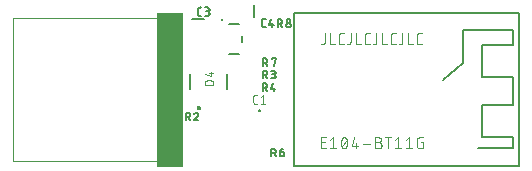
<source format=gbr>
G04 EAGLE Gerber RS-274X export*
G75*
%MOMM*%
%FSLAX34Y34*%
%LPD*%
%INSilkscreen Top*%
%IPPOS*%
%AMOC8*
5,1,8,0,0,1.08239X$1,22.5*%
G01*
%ADD10C,0.076200*%
%ADD11C,0.127000*%
%ADD12C,0.203200*%
%ADD13R,2.300000X13.000000*%
%ADD14C,0.254000*%
%ADD15C,0.152400*%
%ADD16C,0.200000*%
%ADD17C,0.025400*%


D10*
X270201Y120704D02*
X270201Y113394D01*
X270199Y113305D01*
X270193Y113217D01*
X270184Y113129D01*
X270171Y113041D01*
X270154Y112954D01*
X270134Y112868D01*
X270109Y112783D01*
X270082Y112698D01*
X270050Y112615D01*
X270016Y112534D01*
X269977Y112454D01*
X269936Y112376D01*
X269891Y112299D01*
X269843Y112225D01*
X269792Y112152D01*
X269738Y112082D01*
X269680Y112015D01*
X269620Y111949D01*
X269558Y111887D01*
X269492Y111827D01*
X269425Y111769D01*
X269355Y111715D01*
X269282Y111664D01*
X269208Y111616D01*
X269131Y111571D01*
X269053Y111530D01*
X268973Y111491D01*
X268892Y111457D01*
X268809Y111425D01*
X268724Y111398D01*
X268639Y111373D01*
X268553Y111353D01*
X268466Y111336D01*
X268378Y111323D01*
X268290Y111314D01*
X268202Y111308D01*
X268113Y111306D01*
X267069Y111306D01*
X274715Y111306D02*
X274715Y120704D01*
X274715Y111306D02*
X278892Y111306D01*
X284380Y111306D02*
X286469Y111306D01*
X284380Y111306D02*
X284291Y111308D01*
X284203Y111314D01*
X284115Y111323D01*
X284027Y111336D01*
X283940Y111353D01*
X283854Y111373D01*
X283769Y111398D01*
X283684Y111425D01*
X283601Y111457D01*
X283520Y111491D01*
X283440Y111530D01*
X283362Y111571D01*
X283285Y111616D01*
X283211Y111664D01*
X283138Y111715D01*
X283068Y111769D01*
X283001Y111827D01*
X282935Y111887D01*
X282873Y111949D01*
X282813Y112015D01*
X282755Y112082D01*
X282701Y112152D01*
X282650Y112225D01*
X282602Y112299D01*
X282557Y112376D01*
X282516Y112454D01*
X282477Y112534D01*
X282443Y112615D01*
X282411Y112698D01*
X282384Y112783D01*
X282359Y112868D01*
X282339Y112954D01*
X282322Y113041D01*
X282309Y113129D01*
X282300Y113217D01*
X282294Y113305D01*
X282292Y113394D01*
X282292Y118616D01*
X282294Y118707D01*
X282300Y118798D01*
X282310Y118889D01*
X282324Y118979D01*
X282341Y119068D01*
X282363Y119156D01*
X282389Y119244D01*
X282418Y119330D01*
X282451Y119415D01*
X282488Y119498D01*
X282528Y119580D01*
X282572Y119660D01*
X282619Y119738D01*
X282670Y119814D01*
X282723Y119887D01*
X282780Y119958D01*
X282841Y120027D01*
X282904Y120092D01*
X282969Y120155D01*
X283038Y120215D01*
X283109Y120273D01*
X283182Y120326D01*
X283258Y120377D01*
X283336Y120424D01*
X283416Y120468D01*
X283498Y120508D01*
X283581Y120545D01*
X283666Y120578D01*
X283752Y120607D01*
X283840Y120633D01*
X283928Y120655D01*
X284017Y120672D01*
X284107Y120686D01*
X284198Y120696D01*
X284289Y120702D01*
X284380Y120704D01*
X286469Y120704D01*
X292147Y120704D02*
X292147Y113394D01*
X292146Y113394D02*
X292144Y113305D01*
X292138Y113217D01*
X292129Y113129D01*
X292116Y113041D01*
X292099Y112954D01*
X292079Y112868D01*
X292054Y112783D01*
X292027Y112698D01*
X291995Y112615D01*
X291961Y112534D01*
X291922Y112454D01*
X291881Y112376D01*
X291836Y112299D01*
X291788Y112225D01*
X291737Y112152D01*
X291683Y112082D01*
X291625Y112015D01*
X291565Y111949D01*
X291503Y111887D01*
X291437Y111827D01*
X291370Y111769D01*
X291300Y111715D01*
X291227Y111664D01*
X291153Y111616D01*
X291076Y111571D01*
X290998Y111530D01*
X290918Y111491D01*
X290837Y111457D01*
X290754Y111425D01*
X290669Y111398D01*
X290584Y111373D01*
X290498Y111353D01*
X290411Y111336D01*
X290323Y111323D01*
X290235Y111314D01*
X290147Y111308D01*
X290058Y111306D01*
X289014Y111306D01*
X296661Y111306D02*
X296661Y120704D01*
X296661Y111306D02*
X300837Y111306D01*
X306326Y111306D02*
X308414Y111306D01*
X306326Y111306D02*
X306237Y111308D01*
X306149Y111314D01*
X306061Y111323D01*
X305973Y111336D01*
X305886Y111353D01*
X305800Y111373D01*
X305715Y111398D01*
X305630Y111425D01*
X305547Y111457D01*
X305466Y111491D01*
X305386Y111530D01*
X305308Y111571D01*
X305231Y111616D01*
X305157Y111664D01*
X305084Y111715D01*
X305014Y111769D01*
X304947Y111827D01*
X304881Y111887D01*
X304819Y111949D01*
X304759Y112015D01*
X304701Y112082D01*
X304647Y112152D01*
X304596Y112225D01*
X304548Y112299D01*
X304503Y112376D01*
X304462Y112454D01*
X304423Y112534D01*
X304389Y112615D01*
X304357Y112698D01*
X304330Y112783D01*
X304305Y112868D01*
X304285Y112954D01*
X304268Y113041D01*
X304255Y113129D01*
X304246Y113217D01*
X304240Y113305D01*
X304238Y113394D01*
X304237Y113394D02*
X304237Y118616D01*
X304238Y118616D02*
X304240Y118707D01*
X304246Y118798D01*
X304256Y118889D01*
X304270Y118979D01*
X304287Y119068D01*
X304309Y119156D01*
X304335Y119244D01*
X304364Y119330D01*
X304397Y119415D01*
X304434Y119498D01*
X304474Y119580D01*
X304518Y119660D01*
X304565Y119738D01*
X304616Y119814D01*
X304669Y119887D01*
X304726Y119958D01*
X304787Y120027D01*
X304850Y120092D01*
X304915Y120155D01*
X304984Y120215D01*
X305055Y120273D01*
X305128Y120326D01*
X305204Y120377D01*
X305282Y120424D01*
X305362Y120468D01*
X305444Y120508D01*
X305527Y120545D01*
X305612Y120578D01*
X305698Y120607D01*
X305786Y120633D01*
X305874Y120655D01*
X305963Y120672D01*
X306053Y120686D01*
X306144Y120696D01*
X306235Y120702D01*
X306326Y120704D01*
X308414Y120704D01*
X314092Y120704D02*
X314092Y113394D01*
X314090Y113305D01*
X314084Y113217D01*
X314075Y113129D01*
X314062Y113041D01*
X314045Y112954D01*
X314025Y112868D01*
X314000Y112783D01*
X313973Y112698D01*
X313941Y112615D01*
X313907Y112534D01*
X313868Y112454D01*
X313827Y112376D01*
X313782Y112299D01*
X313734Y112225D01*
X313683Y112152D01*
X313629Y112082D01*
X313571Y112015D01*
X313511Y111949D01*
X313449Y111887D01*
X313383Y111827D01*
X313316Y111769D01*
X313246Y111715D01*
X313173Y111664D01*
X313099Y111616D01*
X313022Y111571D01*
X312944Y111530D01*
X312864Y111491D01*
X312783Y111457D01*
X312700Y111425D01*
X312615Y111398D01*
X312530Y111373D01*
X312444Y111353D01*
X312357Y111336D01*
X312269Y111323D01*
X312181Y111314D01*
X312093Y111308D01*
X312004Y111306D01*
X310959Y111306D01*
X318606Y111306D02*
X318606Y120704D01*
X318606Y111306D02*
X322783Y111306D01*
X328271Y111306D02*
X330360Y111306D01*
X328271Y111306D02*
X328182Y111308D01*
X328094Y111314D01*
X328006Y111323D01*
X327918Y111336D01*
X327831Y111353D01*
X327745Y111373D01*
X327660Y111398D01*
X327575Y111425D01*
X327492Y111457D01*
X327411Y111491D01*
X327331Y111530D01*
X327253Y111571D01*
X327176Y111616D01*
X327102Y111664D01*
X327029Y111715D01*
X326959Y111769D01*
X326892Y111827D01*
X326826Y111887D01*
X326764Y111949D01*
X326704Y112015D01*
X326646Y112082D01*
X326592Y112152D01*
X326541Y112225D01*
X326493Y112299D01*
X326448Y112376D01*
X326407Y112454D01*
X326368Y112534D01*
X326334Y112615D01*
X326302Y112698D01*
X326275Y112783D01*
X326250Y112868D01*
X326230Y112954D01*
X326213Y113041D01*
X326200Y113129D01*
X326191Y113217D01*
X326185Y113305D01*
X326183Y113394D01*
X326183Y118616D01*
X326185Y118707D01*
X326191Y118798D01*
X326201Y118889D01*
X326215Y118979D01*
X326232Y119068D01*
X326254Y119156D01*
X326280Y119244D01*
X326309Y119330D01*
X326342Y119415D01*
X326379Y119498D01*
X326419Y119580D01*
X326463Y119660D01*
X326510Y119738D01*
X326561Y119814D01*
X326614Y119887D01*
X326671Y119958D01*
X326732Y120027D01*
X326795Y120092D01*
X326860Y120155D01*
X326929Y120215D01*
X327000Y120273D01*
X327073Y120326D01*
X327149Y120377D01*
X327227Y120424D01*
X327307Y120468D01*
X327389Y120508D01*
X327472Y120545D01*
X327557Y120578D01*
X327643Y120607D01*
X327731Y120633D01*
X327819Y120655D01*
X327908Y120672D01*
X327998Y120686D01*
X328089Y120696D01*
X328180Y120702D01*
X328271Y120704D01*
X330360Y120704D01*
X336038Y120704D02*
X336038Y113394D01*
X336037Y113394D02*
X336035Y113305D01*
X336029Y113217D01*
X336020Y113129D01*
X336007Y113041D01*
X335990Y112954D01*
X335970Y112868D01*
X335945Y112783D01*
X335918Y112698D01*
X335886Y112615D01*
X335852Y112534D01*
X335813Y112454D01*
X335772Y112376D01*
X335727Y112299D01*
X335679Y112225D01*
X335628Y112152D01*
X335574Y112082D01*
X335516Y112015D01*
X335456Y111949D01*
X335394Y111887D01*
X335328Y111827D01*
X335261Y111769D01*
X335191Y111715D01*
X335118Y111664D01*
X335044Y111616D01*
X334967Y111571D01*
X334889Y111530D01*
X334809Y111491D01*
X334728Y111457D01*
X334645Y111425D01*
X334560Y111398D01*
X334475Y111373D01*
X334389Y111353D01*
X334302Y111336D01*
X334214Y111323D01*
X334126Y111314D01*
X334038Y111308D01*
X333949Y111306D01*
X332905Y111306D01*
X340552Y111306D02*
X340552Y120704D01*
X340552Y111306D02*
X344728Y111306D01*
X350217Y111306D02*
X352305Y111306D01*
X350217Y111306D02*
X350128Y111308D01*
X350040Y111314D01*
X349952Y111323D01*
X349864Y111336D01*
X349777Y111353D01*
X349691Y111373D01*
X349606Y111398D01*
X349521Y111425D01*
X349438Y111457D01*
X349357Y111491D01*
X349277Y111530D01*
X349199Y111571D01*
X349122Y111616D01*
X349048Y111664D01*
X348975Y111715D01*
X348905Y111769D01*
X348838Y111827D01*
X348772Y111887D01*
X348710Y111949D01*
X348650Y112015D01*
X348592Y112082D01*
X348538Y112152D01*
X348487Y112225D01*
X348439Y112299D01*
X348394Y112376D01*
X348353Y112454D01*
X348314Y112534D01*
X348280Y112615D01*
X348248Y112698D01*
X348221Y112783D01*
X348196Y112868D01*
X348176Y112954D01*
X348159Y113041D01*
X348146Y113129D01*
X348137Y113217D01*
X348131Y113305D01*
X348129Y113394D01*
X348128Y113394D02*
X348128Y118616D01*
X348129Y118616D02*
X348131Y118707D01*
X348137Y118798D01*
X348147Y118889D01*
X348161Y118979D01*
X348178Y119068D01*
X348200Y119156D01*
X348226Y119244D01*
X348255Y119330D01*
X348288Y119415D01*
X348325Y119498D01*
X348365Y119580D01*
X348409Y119660D01*
X348456Y119738D01*
X348507Y119814D01*
X348560Y119887D01*
X348617Y119958D01*
X348678Y120027D01*
X348741Y120092D01*
X348806Y120155D01*
X348875Y120215D01*
X348946Y120273D01*
X349019Y120326D01*
X349095Y120377D01*
X349173Y120424D01*
X349253Y120468D01*
X349335Y120508D01*
X349418Y120545D01*
X349503Y120578D01*
X349589Y120607D01*
X349677Y120633D01*
X349765Y120655D01*
X349854Y120672D01*
X349944Y120686D01*
X350035Y120696D01*
X350126Y120702D01*
X350217Y120704D01*
X352305Y120704D01*
D11*
X220346Y126330D02*
X218822Y126330D01*
X218745Y126332D01*
X218668Y126338D01*
X218591Y126348D01*
X218515Y126361D01*
X218440Y126379D01*
X218366Y126400D01*
X218293Y126425D01*
X218221Y126454D01*
X218151Y126486D01*
X218082Y126521D01*
X218016Y126561D01*
X217951Y126603D01*
X217889Y126649D01*
X217829Y126698D01*
X217772Y126749D01*
X217717Y126804D01*
X217666Y126861D01*
X217617Y126921D01*
X217571Y126983D01*
X217529Y127048D01*
X217489Y127114D01*
X217454Y127183D01*
X217422Y127253D01*
X217393Y127325D01*
X217368Y127398D01*
X217347Y127472D01*
X217329Y127547D01*
X217316Y127623D01*
X217306Y127700D01*
X217300Y127777D01*
X217298Y127854D01*
X217298Y131664D01*
X217300Y131741D01*
X217306Y131818D01*
X217316Y131895D01*
X217329Y131971D01*
X217347Y132046D01*
X217368Y132120D01*
X217393Y132193D01*
X217422Y132265D01*
X217454Y132335D01*
X217489Y132404D01*
X217529Y132470D01*
X217571Y132535D01*
X217617Y132597D01*
X217666Y132657D01*
X217717Y132714D01*
X217772Y132769D01*
X217829Y132820D01*
X217889Y132869D01*
X217951Y132915D01*
X218016Y132957D01*
X218082Y132997D01*
X218151Y133032D01*
X218221Y133064D01*
X218293Y133093D01*
X218366Y133118D01*
X218440Y133139D01*
X218515Y133157D01*
X218591Y133170D01*
X218668Y133180D01*
X218745Y133186D01*
X218822Y133188D01*
X220346Y133188D01*
X224949Y133188D02*
X223425Y127854D01*
X227235Y127854D01*
X226092Y129378D02*
X226092Y126330D01*
X165926Y135671D02*
X164402Y135671D01*
X164325Y135673D01*
X164248Y135679D01*
X164171Y135689D01*
X164095Y135702D01*
X164020Y135720D01*
X163946Y135741D01*
X163873Y135766D01*
X163801Y135795D01*
X163731Y135827D01*
X163662Y135862D01*
X163596Y135902D01*
X163531Y135944D01*
X163469Y135990D01*
X163409Y136039D01*
X163352Y136090D01*
X163297Y136145D01*
X163246Y136202D01*
X163197Y136262D01*
X163151Y136324D01*
X163109Y136389D01*
X163069Y136455D01*
X163034Y136524D01*
X163002Y136594D01*
X162973Y136666D01*
X162948Y136739D01*
X162927Y136813D01*
X162909Y136888D01*
X162896Y136964D01*
X162886Y137041D01*
X162880Y137118D01*
X162878Y137195D01*
X162878Y141005D01*
X162880Y141082D01*
X162886Y141159D01*
X162896Y141236D01*
X162909Y141312D01*
X162927Y141387D01*
X162948Y141461D01*
X162973Y141534D01*
X163002Y141606D01*
X163034Y141676D01*
X163069Y141745D01*
X163109Y141811D01*
X163151Y141876D01*
X163197Y141938D01*
X163246Y141998D01*
X163297Y142055D01*
X163352Y142110D01*
X163409Y142161D01*
X163469Y142210D01*
X163531Y142256D01*
X163596Y142298D01*
X163662Y142338D01*
X163731Y142373D01*
X163801Y142405D01*
X163873Y142434D01*
X163946Y142459D01*
X164020Y142480D01*
X164095Y142498D01*
X164171Y142511D01*
X164248Y142521D01*
X164325Y142527D01*
X164402Y142529D01*
X165926Y142529D01*
X169005Y135671D02*
X170910Y135671D01*
X170995Y135673D01*
X171081Y135679D01*
X171166Y135688D01*
X171250Y135702D01*
X171334Y135719D01*
X171417Y135740D01*
X171499Y135764D01*
X171579Y135792D01*
X171659Y135824D01*
X171737Y135860D01*
X171813Y135898D01*
X171887Y135941D01*
X171959Y135986D01*
X172030Y136035D01*
X172098Y136087D01*
X172163Y136141D01*
X172226Y136199D01*
X172287Y136260D01*
X172345Y136323D01*
X172399Y136388D01*
X172451Y136456D01*
X172500Y136527D01*
X172545Y136599D01*
X172588Y136673D01*
X172626Y136749D01*
X172662Y136827D01*
X172694Y136907D01*
X172722Y136987D01*
X172746Y137069D01*
X172767Y137152D01*
X172784Y137236D01*
X172798Y137320D01*
X172807Y137405D01*
X172813Y137491D01*
X172815Y137576D01*
X172813Y137661D01*
X172807Y137747D01*
X172798Y137832D01*
X172784Y137916D01*
X172767Y138000D01*
X172746Y138083D01*
X172722Y138165D01*
X172694Y138245D01*
X172662Y138325D01*
X172626Y138403D01*
X172588Y138479D01*
X172545Y138553D01*
X172500Y138625D01*
X172451Y138696D01*
X172399Y138764D01*
X172345Y138829D01*
X172287Y138892D01*
X172226Y138953D01*
X172163Y139011D01*
X172098Y139065D01*
X172030Y139117D01*
X171959Y139166D01*
X171887Y139211D01*
X171813Y139254D01*
X171737Y139292D01*
X171659Y139328D01*
X171579Y139360D01*
X171499Y139388D01*
X171417Y139412D01*
X171334Y139433D01*
X171250Y139450D01*
X171166Y139464D01*
X171081Y139473D01*
X170995Y139479D01*
X170910Y139481D01*
X171291Y142529D02*
X169005Y142529D01*
X171291Y142529D02*
X171368Y142527D01*
X171445Y142521D01*
X171522Y142511D01*
X171598Y142498D01*
X171673Y142480D01*
X171747Y142459D01*
X171820Y142434D01*
X171892Y142405D01*
X171962Y142373D01*
X172031Y142338D01*
X172097Y142298D01*
X172162Y142256D01*
X172224Y142210D01*
X172284Y142161D01*
X172341Y142110D01*
X172396Y142055D01*
X172447Y141998D01*
X172496Y141938D01*
X172542Y141876D01*
X172584Y141811D01*
X172624Y141745D01*
X172659Y141676D01*
X172691Y141606D01*
X172720Y141534D01*
X172745Y141461D01*
X172766Y141387D01*
X172784Y141312D01*
X172797Y141236D01*
X172807Y141159D01*
X172813Y141082D01*
X172815Y141005D01*
X172813Y140928D01*
X172807Y140851D01*
X172797Y140774D01*
X172784Y140698D01*
X172766Y140623D01*
X172745Y140549D01*
X172720Y140476D01*
X172691Y140404D01*
X172659Y140334D01*
X172624Y140265D01*
X172584Y140199D01*
X172542Y140134D01*
X172496Y140072D01*
X172447Y140012D01*
X172396Y139955D01*
X172341Y139900D01*
X172284Y139849D01*
X172224Y139800D01*
X172162Y139754D01*
X172097Y139712D01*
X172031Y139672D01*
X171962Y139637D01*
X171892Y139605D01*
X171820Y139576D01*
X171747Y139551D01*
X171673Y139530D01*
X171598Y139512D01*
X171522Y139499D01*
X171445Y139489D01*
X171368Y139483D01*
X171291Y139481D01*
X169767Y139481D01*
D10*
X267369Y23206D02*
X271545Y23206D01*
X267369Y23206D02*
X267369Y32604D01*
X271545Y32604D01*
X270501Y28427D02*
X267369Y28427D01*
X274971Y30516D02*
X277582Y32604D01*
X277582Y23206D01*
X280192Y23206D02*
X274971Y23206D01*
X284115Y27905D02*
X284117Y28090D01*
X284124Y28275D01*
X284135Y28459D01*
X284150Y28643D01*
X284170Y28827D01*
X284194Y29011D01*
X284223Y29193D01*
X284256Y29375D01*
X284293Y29556D01*
X284335Y29736D01*
X284381Y29916D01*
X284431Y30094D01*
X284485Y30270D01*
X284544Y30446D01*
X284606Y30620D01*
X284673Y30792D01*
X284744Y30963D01*
X284819Y31132D01*
X284898Y31299D01*
X284897Y31299D02*
X284927Y31379D01*
X284960Y31458D01*
X284997Y31535D01*
X285037Y31611D01*
X285080Y31685D01*
X285126Y31757D01*
X285176Y31826D01*
X285228Y31894D01*
X285284Y31959D01*
X285342Y32022D01*
X285404Y32081D01*
X285467Y32139D01*
X285534Y32193D01*
X285602Y32244D01*
X285673Y32292D01*
X285746Y32337D01*
X285820Y32379D01*
X285897Y32417D01*
X285975Y32452D01*
X286054Y32484D01*
X286135Y32512D01*
X286217Y32536D01*
X286301Y32557D01*
X286384Y32574D01*
X286469Y32587D01*
X286554Y32596D01*
X286639Y32602D01*
X286725Y32604D01*
X286811Y32602D01*
X286896Y32596D01*
X286981Y32587D01*
X287066Y32574D01*
X287149Y32557D01*
X287233Y32536D01*
X287315Y32512D01*
X287396Y32484D01*
X287475Y32452D01*
X287553Y32417D01*
X287630Y32379D01*
X287704Y32337D01*
X287777Y32292D01*
X287848Y32244D01*
X287916Y32193D01*
X287983Y32139D01*
X288046Y32081D01*
X288108Y32022D01*
X288166Y31959D01*
X288222Y31894D01*
X288274Y31826D01*
X288324Y31757D01*
X288370Y31685D01*
X288413Y31611D01*
X288453Y31535D01*
X288490Y31458D01*
X288523Y31379D01*
X288553Y31299D01*
X288632Y31132D01*
X288707Y30963D01*
X288778Y30792D01*
X288845Y30620D01*
X288907Y30446D01*
X288966Y30270D01*
X289020Y30094D01*
X289070Y29916D01*
X289116Y29736D01*
X289158Y29556D01*
X289195Y29375D01*
X289228Y29193D01*
X289257Y29011D01*
X289281Y28827D01*
X289301Y28643D01*
X289316Y28459D01*
X289327Y28275D01*
X289334Y28090D01*
X289336Y27905D01*
X284115Y27905D02*
X284117Y27720D01*
X284124Y27535D01*
X284135Y27351D01*
X284150Y27167D01*
X284170Y26983D01*
X284194Y26799D01*
X284223Y26617D01*
X284256Y26435D01*
X284293Y26254D01*
X284335Y26074D01*
X284381Y25894D01*
X284431Y25716D01*
X284485Y25540D01*
X284544Y25364D01*
X284606Y25190D01*
X284673Y25018D01*
X284744Y24847D01*
X284819Y24678D01*
X284898Y24511D01*
X284897Y24511D02*
X284927Y24431D01*
X284960Y24352D01*
X284997Y24275D01*
X285037Y24199D01*
X285080Y24125D01*
X285126Y24053D01*
X285176Y23984D01*
X285229Y23916D01*
X285284Y23851D01*
X285343Y23788D01*
X285404Y23729D01*
X285467Y23671D01*
X285534Y23617D01*
X285602Y23566D01*
X285673Y23518D01*
X285746Y23473D01*
X285820Y23431D01*
X285897Y23393D01*
X285975Y23358D01*
X286054Y23326D01*
X286135Y23298D01*
X286217Y23274D01*
X286301Y23253D01*
X286384Y23236D01*
X286469Y23223D01*
X286554Y23214D01*
X286639Y23208D01*
X286725Y23206D01*
X288553Y24511D02*
X288632Y24678D01*
X288707Y24847D01*
X288778Y25018D01*
X288845Y25190D01*
X288907Y25364D01*
X288966Y25540D01*
X289020Y25716D01*
X289070Y25894D01*
X289116Y26074D01*
X289158Y26254D01*
X289195Y26435D01*
X289228Y26617D01*
X289257Y26799D01*
X289281Y26983D01*
X289301Y27167D01*
X289316Y27351D01*
X289327Y27535D01*
X289334Y27720D01*
X289336Y27905D01*
X288553Y24511D02*
X288523Y24431D01*
X288490Y24352D01*
X288453Y24275D01*
X288413Y24199D01*
X288370Y24125D01*
X288324Y24053D01*
X288274Y23984D01*
X288222Y23916D01*
X288166Y23851D01*
X288108Y23788D01*
X288046Y23729D01*
X287983Y23671D01*
X287916Y23617D01*
X287848Y23566D01*
X287777Y23518D01*
X287704Y23473D01*
X287630Y23431D01*
X287553Y23393D01*
X287475Y23358D01*
X287396Y23326D01*
X287315Y23298D01*
X287233Y23274D01*
X287149Y23253D01*
X287066Y23236D01*
X286981Y23223D01*
X286896Y23214D01*
X286811Y23208D01*
X286725Y23206D01*
X284637Y25294D02*
X288814Y30516D01*
X293259Y25294D02*
X295347Y32604D01*
X293259Y25294D02*
X298480Y25294D01*
X296914Y27383D02*
X296914Y23206D01*
X302490Y26861D02*
X308756Y26861D01*
X313202Y28427D02*
X315813Y28427D01*
X315813Y28428D02*
X315914Y28426D01*
X316015Y28420D01*
X316116Y28410D01*
X316216Y28397D01*
X316316Y28379D01*
X316415Y28358D01*
X316513Y28332D01*
X316610Y28303D01*
X316706Y28271D01*
X316800Y28234D01*
X316893Y28194D01*
X316985Y28150D01*
X317074Y28103D01*
X317162Y28052D01*
X317248Y27998D01*
X317331Y27941D01*
X317413Y27881D01*
X317491Y27817D01*
X317568Y27751D01*
X317641Y27681D01*
X317712Y27609D01*
X317780Y27534D01*
X317845Y27456D01*
X317907Y27376D01*
X317966Y27294D01*
X318022Y27209D01*
X318074Y27122D01*
X318123Y27034D01*
X318169Y26943D01*
X318210Y26851D01*
X318249Y26757D01*
X318283Y26662D01*
X318314Y26566D01*
X318341Y26468D01*
X318365Y26370D01*
X318384Y26270D01*
X318400Y26170D01*
X318412Y26070D01*
X318420Y25969D01*
X318424Y25868D01*
X318424Y25766D01*
X318420Y25665D01*
X318412Y25564D01*
X318400Y25464D01*
X318384Y25364D01*
X318365Y25264D01*
X318341Y25166D01*
X318314Y25068D01*
X318283Y24972D01*
X318249Y24877D01*
X318210Y24783D01*
X318169Y24691D01*
X318123Y24600D01*
X318074Y24511D01*
X318022Y24425D01*
X317966Y24340D01*
X317907Y24258D01*
X317845Y24178D01*
X317780Y24100D01*
X317712Y24025D01*
X317641Y23953D01*
X317568Y23883D01*
X317491Y23817D01*
X317413Y23753D01*
X317331Y23693D01*
X317248Y23636D01*
X317162Y23582D01*
X317074Y23531D01*
X316985Y23484D01*
X316893Y23440D01*
X316800Y23400D01*
X316706Y23363D01*
X316610Y23331D01*
X316513Y23302D01*
X316415Y23276D01*
X316316Y23255D01*
X316216Y23237D01*
X316116Y23224D01*
X316015Y23214D01*
X315914Y23208D01*
X315813Y23206D01*
X313202Y23206D01*
X313202Y32604D01*
X315813Y32604D01*
X315903Y32602D01*
X315992Y32596D01*
X316082Y32587D01*
X316171Y32573D01*
X316259Y32556D01*
X316346Y32535D01*
X316433Y32510D01*
X316518Y32481D01*
X316602Y32449D01*
X316684Y32414D01*
X316765Y32374D01*
X316844Y32332D01*
X316921Y32286D01*
X316996Y32236D01*
X317069Y32184D01*
X317140Y32128D01*
X317208Y32070D01*
X317273Y32008D01*
X317336Y31944D01*
X317396Y31877D01*
X317453Y31808D01*
X317507Y31736D01*
X317558Y31662D01*
X317606Y31586D01*
X317650Y31508D01*
X317691Y31428D01*
X317729Y31346D01*
X317763Y31263D01*
X317793Y31178D01*
X317820Y31092D01*
X317843Y31006D01*
X317862Y30918D01*
X317877Y30829D01*
X317889Y30740D01*
X317897Y30651D01*
X317901Y30561D01*
X317901Y30471D01*
X317897Y30381D01*
X317889Y30292D01*
X317877Y30203D01*
X317862Y30114D01*
X317843Y30026D01*
X317820Y29940D01*
X317793Y29854D01*
X317763Y29769D01*
X317729Y29686D01*
X317691Y29604D01*
X317650Y29524D01*
X317606Y29446D01*
X317558Y29370D01*
X317507Y29296D01*
X317453Y29224D01*
X317396Y29155D01*
X317336Y29088D01*
X317273Y29024D01*
X317208Y28962D01*
X317140Y28904D01*
X317069Y28848D01*
X316996Y28796D01*
X316921Y28746D01*
X316844Y28700D01*
X316765Y28658D01*
X316684Y28618D01*
X316602Y28583D01*
X316518Y28551D01*
X316433Y28522D01*
X316346Y28497D01*
X316259Y28476D01*
X316171Y28459D01*
X316082Y28445D01*
X315992Y28436D01*
X315903Y28430D01*
X315813Y28428D01*
X323911Y32604D02*
X323911Y23206D01*
X321300Y32604D02*
X326522Y32604D01*
X329835Y30516D02*
X332445Y32604D01*
X332445Y23206D01*
X329835Y23206D02*
X335056Y23206D01*
X338979Y30516D02*
X341589Y32604D01*
X341589Y23206D01*
X338979Y23206D02*
X344200Y23206D01*
X352082Y28427D02*
X353649Y28427D01*
X353649Y23206D01*
X350516Y23206D01*
X350427Y23208D01*
X350339Y23214D01*
X350251Y23223D01*
X350163Y23236D01*
X350076Y23253D01*
X349990Y23273D01*
X349905Y23298D01*
X349820Y23325D01*
X349737Y23357D01*
X349656Y23391D01*
X349576Y23430D01*
X349498Y23471D01*
X349421Y23516D01*
X349347Y23564D01*
X349274Y23615D01*
X349204Y23669D01*
X349137Y23727D01*
X349071Y23787D01*
X349009Y23849D01*
X348949Y23915D01*
X348891Y23982D01*
X348837Y24052D01*
X348786Y24125D01*
X348738Y24199D01*
X348693Y24276D01*
X348652Y24354D01*
X348613Y24434D01*
X348579Y24515D01*
X348547Y24598D01*
X348520Y24683D01*
X348495Y24768D01*
X348475Y24854D01*
X348458Y24941D01*
X348445Y25029D01*
X348436Y25117D01*
X348430Y25205D01*
X348428Y25294D01*
X348428Y30516D01*
X348430Y30607D01*
X348436Y30698D01*
X348446Y30789D01*
X348460Y30879D01*
X348477Y30968D01*
X348499Y31056D01*
X348525Y31144D01*
X348554Y31230D01*
X348587Y31315D01*
X348624Y31398D01*
X348664Y31480D01*
X348708Y31560D01*
X348755Y31638D01*
X348806Y31714D01*
X348859Y31787D01*
X348916Y31858D01*
X348977Y31927D01*
X349040Y31992D01*
X349105Y32055D01*
X349174Y32115D01*
X349245Y32173D01*
X349318Y32226D01*
X349394Y32277D01*
X349472Y32324D01*
X349552Y32368D01*
X349634Y32408D01*
X349717Y32445D01*
X349802Y32478D01*
X349888Y32507D01*
X349976Y32533D01*
X350064Y32555D01*
X350153Y32572D01*
X350243Y32586D01*
X350334Y32596D01*
X350425Y32602D01*
X350516Y32604D01*
X353649Y32604D01*
D12*
X214679Y54711D02*
X214679Y55388D01*
X215356Y55388D01*
X215356Y54711D01*
X214679Y54711D01*
D13*
X139500Y73000D03*
D12*
X189175Y103306D02*
X197763Y103306D01*
X197763Y128706D02*
X189175Y128706D01*
X200557Y118690D02*
X200557Y113322D01*
D14*
X183309Y132008D03*
D11*
X168368Y133198D02*
X158208Y133198D01*
X210316Y134864D02*
X210316Y145024D01*
D15*
X152496Y53601D02*
X152496Y46997D01*
X152496Y53601D02*
X154330Y53601D01*
X154415Y53599D01*
X154499Y53593D01*
X154583Y53583D01*
X154667Y53570D01*
X154750Y53552D01*
X154832Y53531D01*
X154913Y53506D01*
X154993Y53477D01*
X155071Y53445D01*
X155147Y53409D01*
X155222Y53369D01*
X155295Y53326D01*
X155366Y53280D01*
X155435Y53231D01*
X155502Y53178D01*
X155566Y53122D01*
X155627Y53064D01*
X155685Y53003D01*
X155741Y52939D01*
X155794Y52872D01*
X155843Y52803D01*
X155889Y52732D01*
X155932Y52659D01*
X155972Y52584D01*
X156008Y52508D01*
X156040Y52430D01*
X156069Y52350D01*
X156094Y52269D01*
X156115Y52187D01*
X156133Y52104D01*
X156146Y52020D01*
X156156Y51936D01*
X156162Y51852D01*
X156164Y51767D01*
X156162Y51682D01*
X156156Y51598D01*
X156146Y51514D01*
X156133Y51430D01*
X156115Y51347D01*
X156094Y51265D01*
X156069Y51184D01*
X156040Y51104D01*
X156008Y51026D01*
X155972Y50950D01*
X155932Y50875D01*
X155889Y50802D01*
X155843Y50731D01*
X155794Y50662D01*
X155741Y50595D01*
X155685Y50531D01*
X155627Y50470D01*
X155566Y50412D01*
X155502Y50356D01*
X155435Y50303D01*
X155366Y50254D01*
X155295Y50208D01*
X155222Y50165D01*
X155147Y50125D01*
X155071Y50089D01*
X154993Y50057D01*
X154913Y50028D01*
X154832Y50003D01*
X154750Y49982D01*
X154667Y49964D01*
X154583Y49951D01*
X154499Y49941D01*
X154415Y49935D01*
X154330Y49933D01*
X152496Y49933D01*
X154697Y49933D02*
X156165Y46997D01*
X161750Y53601D02*
X161829Y53599D01*
X161907Y53594D01*
X161985Y53584D01*
X162062Y53571D01*
X162139Y53554D01*
X162215Y53534D01*
X162290Y53510D01*
X162364Y53483D01*
X162436Y53452D01*
X162507Y53417D01*
X162576Y53380D01*
X162643Y53339D01*
X162708Y53295D01*
X162771Y53248D01*
X162831Y53198D01*
X162889Y53145D01*
X162945Y53089D01*
X162998Y53031D01*
X163048Y52971D01*
X163095Y52908D01*
X163139Y52843D01*
X163180Y52776D01*
X163217Y52707D01*
X163252Y52636D01*
X163283Y52564D01*
X163310Y52490D01*
X163334Y52415D01*
X163354Y52339D01*
X163371Y52262D01*
X163384Y52185D01*
X163394Y52107D01*
X163399Y52029D01*
X163401Y51950D01*
X161750Y53601D02*
X161661Y53599D01*
X161572Y53594D01*
X161484Y53584D01*
X161396Y53571D01*
X161309Y53555D01*
X161222Y53534D01*
X161137Y53510D01*
X161052Y53483D01*
X160969Y53452D01*
X160887Y53417D01*
X160806Y53379D01*
X160727Y53338D01*
X160651Y53294D01*
X160575Y53246D01*
X160502Y53195D01*
X160432Y53142D01*
X160363Y53085D01*
X160297Y53025D01*
X160234Y52963D01*
X160173Y52898D01*
X160115Y52831D01*
X160060Y52761D01*
X160007Y52689D01*
X159958Y52615D01*
X159912Y52539D01*
X159870Y52461D01*
X159830Y52381D01*
X159794Y52300D01*
X159761Y52217D01*
X159732Y52133D01*
X162851Y50666D02*
X162907Y50722D01*
X162961Y50781D01*
X163012Y50842D01*
X163061Y50906D01*
X163106Y50971D01*
X163149Y51039D01*
X163188Y51108D01*
X163225Y51179D01*
X163258Y51252D01*
X163287Y51326D01*
X163314Y51401D01*
X163337Y51477D01*
X163356Y51555D01*
X163372Y51633D01*
X163385Y51711D01*
X163394Y51791D01*
X163399Y51870D01*
X163401Y51950D01*
X162851Y50666D02*
X159732Y46997D01*
X163401Y46997D01*
D11*
X244169Y8191D02*
X434799Y8191D01*
X434799Y138161D01*
X244169Y138161D01*
X399879Y23271D02*
X429879Y23271D01*
X429879Y33271D01*
X403679Y33271D01*
X403679Y59971D01*
X403779Y59771D02*
X429879Y59771D01*
X429879Y83501D01*
X403779Y83501D01*
X403779Y110581D01*
X429879Y110581D01*
X429879Y123181D01*
X387279Y123181D01*
X387279Y95661D01*
X370679Y81161D01*
X244169Y138161D02*
X244169Y8191D01*
X156000Y73250D02*
X156000Y86250D01*
X187500Y86250D02*
X187500Y73250D01*
D16*
X162750Y57750D02*
X162752Y57813D01*
X162758Y57875D01*
X162768Y57937D01*
X162781Y57999D01*
X162799Y58059D01*
X162820Y58118D01*
X162845Y58176D01*
X162874Y58232D01*
X162906Y58286D01*
X162941Y58338D01*
X162979Y58387D01*
X163021Y58435D01*
X163065Y58479D01*
X163113Y58521D01*
X163162Y58559D01*
X163214Y58594D01*
X163268Y58626D01*
X163324Y58655D01*
X163382Y58680D01*
X163441Y58701D01*
X163501Y58719D01*
X163563Y58732D01*
X163625Y58742D01*
X163687Y58748D01*
X163750Y58750D01*
X163813Y58748D01*
X163875Y58742D01*
X163937Y58732D01*
X163999Y58719D01*
X164059Y58701D01*
X164118Y58680D01*
X164176Y58655D01*
X164232Y58626D01*
X164286Y58594D01*
X164338Y58559D01*
X164387Y58521D01*
X164435Y58479D01*
X164479Y58435D01*
X164521Y58387D01*
X164559Y58338D01*
X164594Y58286D01*
X164626Y58232D01*
X164655Y58176D01*
X164680Y58118D01*
X164701Y58059D01*
X164719Y57999D01*
X164732Y57937D01*
X164742Y57875D01*
X164748Y57813D01*
X164750Y57750D01*
X164748Y57687D01*
X164742Y57625D01*
X164732Y57563D01*
X164719Y57501D01*
X164701Y57441D01*
X164680Y57382D01*
X164655Y57324D01*
X164626Y57268D01*
X164594Y57214D01*
X164559Y57162D01*
X164521Y57113D01*
X164479Y57065D01*
X164435Y57021D01*
X164387Y56979D01*
X164338Y56941D01*
X164286Y56906D01*
X164232Y56874D01*
X164176Y56845D01*
X164118Y56820D01*
X164059Y56799D01*
X163999Y56781D01*
X163937Y56768D01*
X163875Y56758D01*
X163813Y56752D01*
X163750Y56750D01*
X163687Y56752D01*
X163625Y56758D01*
X163563Y56768D01*
X163501Y56781D01*
X163441Y56799D01*
X163382Y56820D01*
X163324Y56845D01*
X163268Y56874D01*
X163214Y56906D01*
X163162Y56941D01*
X163113Y56979D01*
X163065Y57021D01*
X163021Y57065D01*
X162979Y57113D01*
X162941Y57162D01*
X162906Y57214D01*
X162874Y57268D01*
X162845Y57324D01*
X162820Y57382D01*
X162799Y57441D01*
X162781Y57501D01*
X162768Y57563D01*
X162758Y57625D01*
X162752Y57687D01*
X162750Y57750D01*
D10*
X168603Y76631D02*
X175969Y76631D01*
X168603Y76631D02*
X168603Y78677D01*
X168605Y78766D01*
X168611Y78855D01*
X168621Y78944D01*
X168634Y79032D01*
X168651Y79120D01*
X168673Y79207D01*
X168698Y79292D01*
X168726Y79377D01*
X168759Y79460D01*
X168795Y79542D01*
X168834Y79622D01*
X168877Y79700D01*
X168923Y79776D01*
X168973Y79851D01*
X169026Y79923D01*
X169082Y79992D01*
X169141Y80059D01*
X169202Y80124D01*
X169267Y80185D01*
X169334Y80244D01*
X169403Y80300D01*
X169475Y80353D01*
X169550Y80403D01*
X169626Y80449D01*
X169704Y80492D01*
X169784Y80531D01*
X169866Y80567D01*
X169949Y80600D01*
X170034Y80628D01*
X170119Y80653D01*
X170206Y80675D01*
X170294Y80692D01*
X170382Y80705D01*
X170471Y80715D01*
X170560Y80721D01*
X170649Y80723D01*
X173923Y80723D01*
X174012Y80721D01*
X174101Y80715D01*
X174190Y80705D01*
X174278Y80692D01*
X174366Y80675D01*
X174453Y80653D01*
X174538Y80628D01*
X174623Y80600D01*
X174706Y80567D01*
X174788Y80531D01*
X174868Y80492D01*
X174946Y80449D01*
X175022Y80403D01*
X175097Y80353D01*
X175169Y80300D01*
X175238Y80244D01*
X175305Y80185D01*
X175370Y80124D01*
X175431Y80059D01*
X175490Y79992D01*
X175546Y79923D01*
X175599Y79851D01*
X175649Y79776D01*
X175695Y79700D01*
X175738Y79622D01*
X175777Y79542D01*
X175813Y79460D01*
X175846Y79377D01*
X175874Y79292D01*
X175899Y79207D01*
X175921Y79120D01*
X175938Y79032D01*
X175951Y78944D01*
X175961Y78855D01*
X175967Y78766D01*
X175969Y78677D01*
X175969Y76631D01*
X174332Y84190D02*
X168603Y85827D01*
X174332Y84190D02*
X174332Y88282D01*
X172695Y87055D02*
X175969Y87055D01*
D15*
X217797Y89046D02*
X217797Y82442D01*
X217797Y89046D02*
X219632Y89046D01*
X219717Y89044D01*
X219801Y89038D01*
X219885Y89028D01*
X219969Y89015D01*
X220052Y88997D01*
X220134Y88976D01*
X220215Y88951D01*
X220295Y88922D01*
X220373Y88890D01*
X220449Y88854D01*
X220524Y88814D01*
X220597Y88771D01*
X220668Y88725D01*
X220737Y88676D01*
X220804Y88623D01*
X220868Y88567D01*
X220929Y88509D01*
X220987Y88448D01*
X221043Y88384D01*
X221096Y88317D01*
X221145Y88248D01*
X221191Y88177D01*
X221234Y88104D01*
X221274Y88029D01*
X221310Y87953D01*
X221342Y87875D01*
X221371Y87795D01*
X221396Y87714D01*
X221417Y87632D01*
X221435Y87549D01*
X221448Y87465D01*
X221458Y87381D01*
X221464Y87297D01*
X221466Y87212D01*
X221464Y87127D01*
X221458Y87043D01*
X221448Y86959D01*
X221435Y86875D01*
X221417Y86792D01*
X221396Y86710D01*
X221371Y86629D01*
X221342Y86549D01*
X221310Y86471D01*
X221274Y86395D01*
X221234Y86320D01*
X221191Y86247D01*
X221145Y86176D01*
X221096Y86107D01*
X221043Y86040D01*
X220987Y85976D01*
X220929Y85915D01*
X220868Y85857D01*
X220804Y85801D01*
X220737Y85748D01*
X220668Y85699D01*
X220597Y85653D01*
X220524Y85610D01*
X220449Y85570D01*
X220373Y85534D01*
X220295Y85502D01*
X220215Y85473D01*
X220134Y85448D01*
X220052Y85427D01*
X219969Y85409D01*
X219885Y85396D01*
X219801Y85386D01*
X219717Y85380D01*
X219632Y85378D01*
X219632Y85377D02*
X217797Y85377D01*
X219999Y85377D02*
X221466Y82442D01*
X225034Y82442D02*
X226868Y82442D01*
X226953Y82444D01*
X227037Y82450D01*
X227121Y82460D01*
X227205Y82473D01*
X227288Y82491D01*
X227370Y82512D01*
X227451Y82537D01*
X227531Y82566D01*
X227609Y82598D01*
X227685Y82634D01*
X227760Y82674D01*
X227833Y82717D01*
X227904Y82763D01*
X227973Y82812D01*
X228040Y82865D01*
X228104Y82921D01*
X228165Y82979D01*
X228223Y83040D01*
X228279Y83104D01*
X228332Y83171D01*
X228381Y83240D01*
X228427Y83311D01*
X228470Y83384D01*
X228510Y83459D01*
X228546Y83535D01*
X228578Y83613D01*
X228607Y83693D01*
X228632Y83774D01*
X228653Y83856D01*
X228671Y83939D01*
X228684Y84023D01*
X228694Y84107D01*
X228700Y84191D01*
X228702Y84276D01*
X228700Y84361D01*
X228694Y84445D01*
X228684Y84529D01*
X228671Y84613D01*
X228653Y84696D01*
X228632Y84778D01*
X228607Y84859D01*
X228578Y84939D01*
X228546Y85017D01*
X228510Y85093D01*
X228470Y85168D01*
X228427Y85241D01*
X228381Y85312D01*
X228332Y85381D01*
X228279Y85448D01*
X228223Y85512D01*
X228165Y85573D01*
X228104Y85631D01*
X228040Y85687D01*
X227973Y85740D01*
X227904Y85789D01*
X227833Y85835D01*
X227760Y85878D01*
X227685Y85918D01*
X227609Y85954D01*
X227531Y85986D01*
X227451Y86015D01*
X227370Y86040D01*
X227288Y86061D01*
X227205Y86079D01*
X227121Y86092D01*
X227037Y86102D01*
X226953Y86108D01*
X226868Y86110D01*
X227235Y89046D02*
X225034Y89046D01*
X227235Y89046D02*
X227311Y89044D01*
X227386Y89038D01*
X227461Y89029D01*
X227535Y89015D01*
X227609Y88998D01*
X227681Y88976D01*
X227753Y88952D01*
X227823Y88923D01*
X227891Y88891D01*
X227958Y88856D01*
X228023Y88817D01*
X228086Y88774D01*
X228146Y88729D01*
X228204Y88681D01*
X228260Y88629D01*
X228312Y88575D01*
X228362Y88518D01*
X228409Y88459D01*
X228453Y88398D01*
X228494Y88334D01*
X228531Y88268D01*
X228565Y88200D01*
X228595Y88131D01*
X228622Y88060D01*
X228645Y87988D01*
X228664Y87915D01*
X228679Y87841D01*
X228691Y87766D01*
X228699Y87691D01*
X228703Y87616D01*
X228703Y87540D01*
X228699Y87465D01*
X228691Y87390D01*
X228679Y87315D01*
X228664Y87241D01*
X228645Y87168D01*
X228622Y87096D01*
X228595Y87025D01*
X228565Y86956D01*
X228531Y86888D01*
X228494Y86822D01*
X228453Y86758D01*
X228409Y86697D01*
X228362Y86638D01*
X228312Y86581D01*
X228260Y86527D01*
X228204Y86475D01*
X228146Y86427D01*
X228086Y86382D01*
X228023Y86339D01*
X227958Y86300D01*
X227891Y86265D01*
X227823Y86233D01*
X227753Y86204D01*
X227681Y86180D01*
X227609Y86158D01*
X227535Y86141D01*
X227461Y86127D01*
X227386Y86118D01*
X227311Y86112D01*
X227235Y86110D01*
X227235Y86111D02*
X225768Y86111D01*
X217697Y78446D02*
X217697Y71842D01*
X217697Y78446D02*
X219532Y78446D01*
X219617Y78444D01*
X219701Y78438D01*
X219785Y78428D01*
X219869Y78415D01*
X219952Y78397D01*
X220034Y78376D01*
X220115Y78351D01*
X220195Y78322D01*
X220273Y78290D01*
X220349Y78254D01*
X220424Y78214D01*
X220497Y78171D01*
X220568Y78125D01*
X220637Y78076D01*
X220704Y78023D01*
X220768Y77967D01*
X220829Y77909D01*
X220887Y77848D01*
X220943Y77784D01*
X220996Y77717D01*
X221045Y77648D01*
X221091Y77577D01*
X221134Y77504D01*
X221174Y77429D01*
X221210Y77353D01*
X221242Y77275D01*
X221271Y77195D01*
X221296Y77114D01*
X221317Y77032D01*
X221335Y76949D01*
X221348Y76865D01*
X221358Y76781D01*
X221364Y76697D01*
X221366Y76612D01*
X221364Y76527D01*
X221358Y76443D01*
X221348Y76359D01*
X221335Y76275D01*
X221317Y76192D01*
X221296Y76110D01*
X221271Y76029D01*
X221242Y75949D01*
X221210Y75871D01*
X221174Y75795D01*
X221134Y75720D01*
X221091Y75647D01*
X221045Y75576D01*
X220996Y75507D01*
X220943Y75440D01*
X220887Y75376D01*
X220829Y75315D01*
X220768Y75257D01*
X220704Y75201D01*
X220637Y75148D01*
X220568Y75099D01*
X220497Y75053D01*
X220424Y75010D01*
X220349Y74970D01*
X220273Y74934D01*
X220195Y74902D01*
X220115Y74873D01*
X220034Y74848D01*
X219952Y74827D01*
X219869Y74809D01*
X219785Y74796D01*
X219701Y74786D01*
X219617Y74780D01*
X219532Y74778D01*
X219532Y74777D02*
X217697Y74777D01*
X219899Y74777D02*
X221366Y71842D01*
X224934Y73310D02*
X226401Y78446D01*
X224934Y73310D02*
X228603Y73310D01*
X227502Y74777D02*
X227502Y71842D01*
D10*
X213155Y61081D02*
X211518Y61081D01*
X211440Y61083D01*
X211362Y61088D01*
X211285Y61098D01*
X211208Y61111D01*
X211132Y61127D01*
X211057Y61147D01*
X210983Y61171D01*
X210910Y61198D01*
X210838Y61229D01*
X210768Y61263D01*
X210700Y61300D01*
X210633Y61341D01*
X210568Y61385D01*
X210506Y61431D01*
X210446Y61481D01*
X210388Y61533D01*
X210333Y61588D01*
X210281Y61646D01*
X210231Y61706D01*
X210185Y61768D01*
X210141Y61833D01*
X210100Y61900D01*
X210063Y61968D01*
X210029Y62038D01*
X209998Y62110D01*
X209971Y62183D01*
X209947Y62257D01*
X209927Y62332D01*
X209911Y62408D01*
X209898Y62485D01*
X209888Y62562D01*
X209883Y62640D01*
X209881Y62718D01*
X209881Y66810D01*
X209883Y66890D01*
X209889Y66970D01*
X209899Y67050D01*
X209912Y67129D01*
X209930Y67208D01*
X209951Y67285D01*
X209977Y67361D01*
X210006Y67436D01*
X210038Y67510D01*
X210074Y67582D01*
X210114Y67652D01*
X210157Y67719D01*
X210203Y67785D01*
X210253Y67848D01*
X210305Y67909D01*
X210360Y67968D01*
X210419Y68023D01*
X210479Y68075D01*
X210543Y68125D01*
X210609Y68171D01*
X210676Y68214D01*
X210746Y68254D01*
X210818Y68290D01*
X210892Y68322D01*
X210966Y68351D01*
X211043Y68377D01*
X211120Y68398D01*
X211199Y68416D01*
X211278Y68429D01*
X211358Y68439D01*
X211438Y68445D01*
X211518Y68447D01*
X213155Y68447D01*
X216000Y66810D02*
X218046Y68447D01*
X218046Y61081D01*
X216000Y61081D02*
X220092Y61081D01*
D15*
X225147Y23058D02*
X225147Y16454D01*
X225147Y23058D02*
X226982Y23058D01*
X227067Y23056D01*
X227151Y23050D01*
X227235Y23040D01*
X227319Y23027D01*
X227402Y23009D01*
X227484Y22988D01*
X227565Y22963D01*
X227645Y22934D01*
X227723Y22902D01*
X227799Y22866D01*
X227874Y22826D01*
X227947Y22783D01*
X228018Y22737D01*
X228087Y22688D01*
X228154Y22635D01*
X228218Y22579D01*
X228279Y22521D01*
X228337Y22460D01*
X228393Y22396D01*
X228446Y22329D01*
X228495Y22260D01*
X228541Y22189D01*
X228584Y22116D01*
X228624Y22041D01*
X228660Y21965D01*
X228692Y21887D01*
X228721Y21807D01*
X228746Y21726D01*
X228767Y21644D01*
X228785Y21561D01*
X228798Y21477D01*
X228808Y21393D01*
X228814Y21309D01*
X228816Y21224D01*
X228814Y21139D01*
X228808Y21055D01*
X228798Y20971D01*
X228785Y20887D01*
X228767Y20804D01*
X228746Y20722D01*
X228721Y20641D01*
X228692Y20561D01*
X228660Y20483D01*
X228624Y20407D01*
X228584Y20332D01*
X228541Y20259D01*
X228495Y20188D01*
X228446Y20119D01*
X228393Y20052D01*
X228337Y19988D01*
X228279Y19927D01*
X228218Y19869D01*
X228154Y19813D01*
X228087Y19760D01*
X228018Y19711D01*
X227947Y19665D01*
X227874Y19622D01*
X227799Y19582D01*
X227723Y19546D01*
X227645Y19514D01*
X227565Y19485D01*
X227484Y19460D01*
X227402Y19439D01*
X227319Y19421D01*
X227235Y19408D01*
X227151Y19398D01*
X227067Y19392D01*
X226982Y19390D01*
X226982Y19389D02*
X225147Y19389D01*
X227349Y19389D02*
X228816Y16454D01*
X232384Y20123D02*
X234585Y20123D01*
X234659Y20121D01*
X234734Y20115D01*
X234807Y20106D01*
X234881Y20093D01*
X234953Y20076D01*
X235024Y20056D01*
X235095Y20032D01*
X235164Y20004D01*
X235231Y19973D01*
X235297Y19939D01*
X235362Y19901D01*
X235424Y19860D01*
X235484Y19816D01*
X235541Y19769D01*
X235596Y19719D01*
X235649Y19666D01*
X235699Y19611D01*
X235746Y19554D01*
X235790Y19494D01*
X235831Y19432D01*
X235869Y19367D01*
X235903Y19301D01*
X235934Y19234D01*
X235962Y19165D01*
X235986Y19094D01*
X236006Y19023D01*
X236023Y18951D01*
X236036Y18877D01*
X236045Y18804D01*
X236051Y18729D01*
X236053Y18655D01*
X236053Y18288D01*
X236052Y18288D02*
X236050Y18203D01*
X236044Y18119D01*
X236034Y18035D01*
X236021Y17951D01*
X236003Y17868D01*
X235982Y17786D01*
X235957Y17705D01*
X235928Y17625D01*
X235896Y17547D01*
X235860Y17471D01*
X235820Y17396D01*
X235777Y17323D01*
X235731Y17252D01*
X235682Y17183D01*
X235629Y17116D01*
X235573Y17052D01*
X235515Y16991D01*
X235454Y16933D01*
X235390Y16877D01*
X235323Y16824D01*
X235254Y16775D01*
X235183Y16729D01*
X235110Y16686D01*
X235035Y16646D01*
X234959Y16610D01*
X234881Y16578D01*
X234801Y16549D01*
X234720Y16524D01*
X234638Y16503D01*
X234555Y16485D01*
X234471Y16472D01*
X234387Y16462D01*
X234303Y16456D01*
X234218Y16454D01*
X234133Y16456D01*
X234049Y16462D01*
X233965Y16472D01*
X233881Y16485D01*
X233798Y16503D01*
X233716Y16524D01*
X233635Y16549D01*
X233555Y16578D01*
X233477Y16610D01*
X233401Y16646D01*
X233326Y16686D01*
X233253Y16729D01*
X233182Y16775D01*
X233113Y16824D01*
X233046Y16877D01*
X232982Y16933D01*
X232921Y16991D01*
X232863Y17052D01*
X232807Y17116D01*
X232754Y17183D01*
X232705Y17252D01*
X232659Y17323D01*
X232616Y17396D01*
X232576Y17471D01*
X232540Y17547D01*
X232508Y17625D01*
X232479Y17705D01*
X232454Y17786D01*
X232433Y17868D01*
X232415Y17951D01*
X232402Y18035D01*
X232392Y18119D01*
X232386Y18203D01*
X232384Y18288D01*
X232384Y20123D01*
X232386Y20230D01*
X232392Y20337D01*
X232402Y20444D01*
X232415Y20550D01*
X232433Y20656D01*
X232454Y20761D01*
X232479Y20865D01*
X232508Y20969D01*
X232541Y21071D01*
X232578Y21171D01*
X232618Y21271D01*
X232662Y21369D01*
X232709Y21465D01*
X232760Y21559D01*
X232814Y21652D01*
X232871Y21742D01*
X232932Y21831D01*
X232996Y21917D01*
X233063Y22000D01*
X233133Y22082D01*
X233206Y22160D01*
X233282Y22236D01*
X233360Y22309D01*
X233442Y22379D01*
X233525Y22446D01*
X233611Y22510D01*
X233700Y22571D01*
X233790Y22628D01*
X233883Y22682D01*
X233977Y22733D01*
X234073Y22780D01*
X234171Y22824D01*
X234271Y22864D01*
X234371Y22901D01*
X234473Y22934D01*
X234577Y22963D01*
X234681Y22988D01*
X234786Y23009D01*
X234892Y23027D01*
X234998Y23040D01*
X235105Y23050D01*
X235212Y23056D01*
X235319Y23058D01*
X218167Y92762D02*
X218167Y99366D01*
X220002Y99366D01*
X220087Y99364D01*
X220171Y99358D01*
X220255Y99348D01*
X220339Y99335D01*
X220422Y99317D01*
X220504Y99296D01*
X220585Y99271D01*
X220665Y99242D01*
X220743Y99210D01*
X220819Y99174D01*
X220894Y99134D01*
X220967Y99091D01*
X221038Y99045D01*
X221107Y98996D01*
X221174Y98943D01*
X221238Y98887D01*
X221299Y98829D01*
X221357Y98768D01*
X221413Y98704D01*
X221466Y98637D01*
X221515Y98568D01*
X221561Y98497D01*
X221604Y98424D01*
X221644Y98349D01*
X221680Y98273D01*
X221712Y98195D01*
X221741Y98115D01*
X221766Y98034D01*
X221787Y97952D01*
X221805Y97869D01*
X221818Y97785D01*
X221828Y97701D01*
X221834Y97617D01*
X221836Y97532D01*
X221834Y97447D01*
X221828Y97363D01*
X221818Y97279D01*
X221805Y97195D01*
X221787Y97112D01*
X221766Y97030D01*
X221741Y96949D01*
X221712Y96869D01*
X221680Y96791D01*
X221644Y96715D01*
X221604Y96640D01*
X221561Y96567D01*
X221515Y96496D01*
X221466Y96427D01*
X221413Y96360D01*
X221357Y96296D01*
X221299Y96235D01*
X221238Y96177D01*
X221174Y96121D01*
X221107Y96068D01*
X221038Y96019D01*
X220967Y95973D01*
X220894Y95930D01*
X220819Y95890D01*
X220743Y95854D01*
X220665Y95822D01*
X220585Y95793D01*
X220504Y95768D01*
X220422Y95747D01*
X220339Y95729D01*
X220255Y95716D01*
X220171Y95706D01*
X220087Y95700D01*
X220002Y95698D01*
X220002Y95697D02*
X218167Y95697D01*
X220369Y95697D02*
X221836Y92762D01*
X225404Y98632D02*
X225404Y99366D01*
X229073Y99366D01*
X227238Y92762D01*
X230547Y126014D02*
X230547Y132618D01*
X232382Y132618D01*
X232467Y132616D01*
X232551Y132610D01*
X232635Y132600D01*
X232719Y132587D01*
X232802Y132569D01*
X232884Y132548D01*
X232965Y132523D01*
X233045Y132494D01*
X233123Y132462D01*
X233199Y132426D01*
X233274Y132386D01*
X233347Y132343D01*
X233418Y132297D01*
X233487Y132248D01*
X233554Y132195D01*
X233618Y132139D01*
X233679Y132081D01*
X233737Y132020D01*
X233793Y131956D01*
X233846Y131889D01*
X233895Y131820D01*
X233941Y131749D01*
X233984Y131676D01*
X234024Y131601D01*
X234060Y131525D01*
X234092Y131447D01*
X234121Y131367D01*
X234146Y131286D01*
X234167Y131204D01*
X234185Y131121D01*
X234198Y131037D01*
X234208Y130953D01*
X234214Y130869D01*
X234216Y130784D01*
X234214Y130699D01*
X234208Y130615D01*
X234198Y130531D01*
X234185Y130447D01*
X234167Y130364D01*
X234146Y130282D01*
X234121Y130201D01*
X234092Y130121D01*
X234060Y130043D01*
X234024Y129967D01*
X233984Y129892D01*
X233941Y129819D01*
X233895Y129748D01*
X233846Y129679D01*
X233793Y129612D01*
X233737Y129548D01*
X233679Y129487D01*
X233618Y129429D01*
X233554Y129373D01*
X233487Y129320D01*
X233418Y129271D01*
X233347Y129225D01*
X233274Y129182D01*
X233199Y129142D01*
X233123Y129106D01*
X233045Y129074D01*
X232965Y129045D01*
X232884Y129020D01*
X232802Y128999D01*
X232719Y128981D01*
X232635Y128968D01*
X232551Y128958D01*
X232467Y128952D01*
X232382Y128950D01*
X232382Y128949D02*
X230547Y128949D01*
X232749Y128949D02*
X234216Y126014D01*
X237784Y127848D02*
X237786Y127933D01*
X237792Y128017D01*
X237802Y128101D01*
X237815Y128185D01*
X237833Y128268D01*
X237854Y128350D01*
X237879Y128431D01*
X237908Y128511D01*
X237940Y128589D01*
X237976Y128665D01*
X238016Y128740D01*
X238059Y128813D01*
X238105Y128884D01*
X238154Y128953D01*
X238207Y129020D01*
X238263Y129084D01*
X238321Y129145D01*
X238382Y129203D01*
X238446Y129259D01*
X238513Y129312D01*
X238582Y129361D01*
X238653Y129407D01*
X238726Y129450D01*
X238801Y129490D01*
X238877Y129526D01*
X238955Y129558D01*
X239035Y129587D01*
X239116Y129612D01*
X239198Y129633D01*
X239281Y129651D01*
X239365Y129664D01*
X239449Y129674D01*
X239533Y129680D01*
X239618Y129682D01*
X239703Y129680D01*
X239787Y129674D01*
X239871Y129664D01*
X239955Y129651D01*
X240038Y129633D01*
X240120Y129612D01*
X240201Y129587D01*
X240281Y129558D01*
X240359Y129526D01*
X240435Y129490D01*
X240510Y129450D01*
X240583Y129407D01*
X240654Y129361D01*
X240723Y129312D01*
X240790Y129259D01*
X240854Y129203D01*
X240915Y129145D01*
X240973Y129084D01*
X241029Y129020D01*
X241082Y128953D01*
X241131Y128884D01*
X241177Y128813D01*
X241220Y128740D01*
X241260Y128665D01*
X241296Y128589D01*
X241328Y128511D01*
X241357Y128431D01*
X241382Y128350D01*
X241403Y128268D01*
X241421Y128185D01*
X241434Y128101D01*
X241444Y128017D01*
X241450Y127933D01*
X241452Y127848D01*
X241450Y127763D01*
X241444Y127679D01*
X241434Y127595D01*
X241421Y127511D01*
X241403Y127428D01*
X241382Y127346D01*
X241357Y127265D01*
X241328Y127185D01*
X241296Y127107D01*
X241260Y127031D01*
X241220Y126956D01*
X241177Y126883D01*
X241131Y126812D01*
X241082Y126743D01*
X241029Y126676D01*
X240973Y126612D01*
X240915Y126551D01*
X240854Y126493D01*
X240790Y126437D01*
X240723Y126384D01*
X240654Y126335D01*
X240583Y126289D01*
X240510Y126246D01*
X240435Y126206D01*
X240359Y126170D01*
X240281Y126138D01*
X240201Y126109D01*
X240120Y126084D01*
X240038Y126063D01*
X239955Y126045D01*
X239871Y126032D01*
X239787Y126022D01*
X239703Y126016D01*
X239618Y126014D01*
X239533Y126016D01*
X239449Y126022D01*
X239365Y126032D01*
X239281Y126045D01*
X239198Y126063D01*
X239116Y126084D01*
X239035Y126109D01*
X238955Y126138D01*
X238877Y126170D01*
X238801Y126206D01*
X238726Y126246D01*
X238653Y126289D01*
X238582Y126335D01*
X238513Y126384D01*
X238446Y126437D01*
X238382Y126493D01*
X238321Y126551D01*
X238263Y126612D01*
X238207Y126676D01*
X238154Y126743D01*
X238105Y126812D01*
X238059Y126883D01*
X238016Y126956D01*
X237976Y127031D01*
X237940Y127107D01*
X237908Y127185D01*
X237879Y127265D01*
X237854Y127346D01*
X237833Y127428D01*
X237815Y127511D01*
X237802Y127595D01*
X237792Y127679D01*
X237786Y127763D01*
X237784Y127848D01*
X238150Y131150D02*
X238152Y131226D01*
X238158Y131301D01*
X238167Y131376D01*
X238181Y131450D01*
X238198Y131524D01*
X238220Y131596D01*
X238244Y131668D01*
X238273Y131738D01*
X238305Y131806D01*
X238340Y131873D01*
X238379Y131938D01*
X238422Y132001D01*
X238467Y132061D01*
X238515Y132119D01*
X238567Y132175D01*
X238621Y132227D01*
X238678Y132277D01*
X238737Y132324D01*
X238798Y132368D01*
X238862Y132409D01*
X238928Y132446D01*
X238996Y132480D01*
X239065Y132510D01*
X239136Y132537D01*
X239208Y132560D01*
X239281Y132579D01*
X239355Y132594D01*
X239430Y132606D01*
X239505Y132614D01*
X239580Y132618D01*
X239656Y132618D01*
X239731Y132614D01*
X239806Y132606D01*
X239881Y132594D01*
X239955Y132579D01*
X240028Y132560D01*
X240100Y132537D01*
X240171Y132510D01*
X240240Y132480D01*
X240308Y132446D01*
X240374Y132409D01*
X240438Y132368D01*
X240499Y132324D01*
X240558Y132277D01*
X240615Y132227D01*
X240669Y132175D01*
X240721Y132119D01*
X240769Y132061D01*
X240814Y132001D01*
X240857Y131938D01*
X240896Y131873D01*
X240931Y131806D01*
X240963Y131738D01*
X240992Y131668D01*
X241016Y131596D01*
X241038Y131524D01*
X241055Y131450D01*
X241069Y131376D01*
X241078Y131301D01*
X241084Y131226D01*
X241086Y131150D01*
X241084Y131074D01*
X241078Y130999D01*
X241069Y130924D01*
X241055Y130850D01*
X241038Y130776D01*
X241016Y130704D01*
X240992Y130632D01*
X240963Y130562D01*
X240931Y130494D01*
X240896Y130427D01*
X240857Y130362D01*
X240814Y130299D01*
X240769Y130239D01*
X240721Y130181D01*
X240669Y130125D01*
X240615Y130073D01*
X240558Y130023D01*
X240499Y129976D01*
X240438Y129932D01*
X240374Y129891D01*
X240308Y129854D01*
X240240Y129820D01*
X240171Y129790D01*
X240100Y129763D01*
X240028Y129740D01*
X239955Y129721D01*
X239881Y129706D01*
X239806Y129694D01*
X239731Y129686D01*
X239656Y129682D01*
X239580Y129682D01*
X239505Y129686D01*
X239430Y129694D01*
X239355Y129706D01*
X239281Y129721D01*
X239208Y129740D01*
X239136Y129763D01*
X239065Y129790D01*
X238996Y129820D01*
X238928Y129854D01*
X238862Y129891D01*
X238798Y129932D01*
X238737Y129976D01*
X238678Y130023D01*
X238621Y130073D01*
X238567Y130125D01*
X238515Y130181D01*
X238467Y130239D01*
X238422Y130299D01*
X238379Y130362D01*
X238340Y130427D01*
X238305Y130494D01*
X238273Y130562D01*
X238244Y130632D01*
X238220Y130704D01*
X238198Y130776D01*
X238181Y130850D01*
X238167Y130924D01*
X238158Y130999D01*
X238152Y131074D01*
X238150Y131150D01*
D17*
X139600Y12650D02*
X6250Y12650D01*
X6250Y133300D01*
X139600Y133300D01*
M02*

</source>
